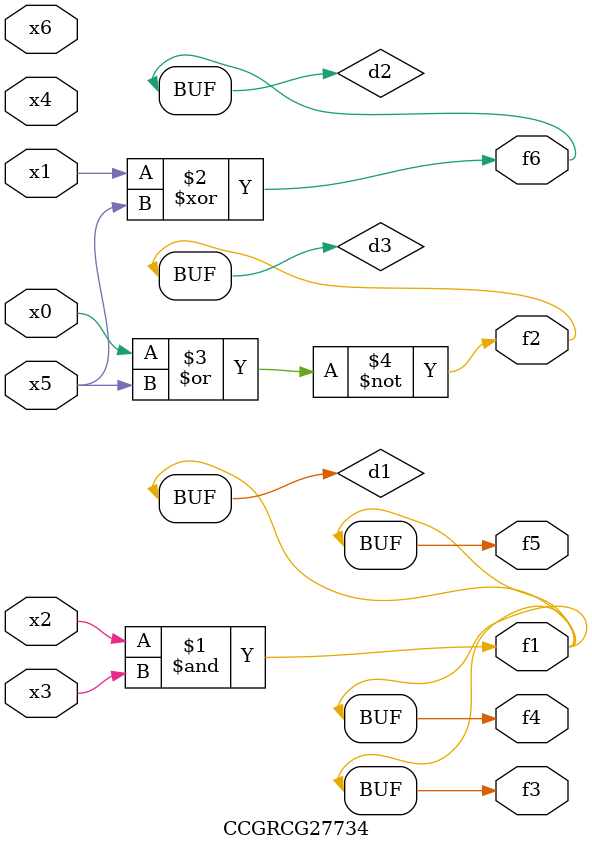
<source format=v>
module CCGRCG27734(
	input x0, x1, x2, x3, x4, x5, x6,
	output f1, f2, f3, f4, f5, f6
);

	wire d1, d2, d3;

	and (d1, x2, x3);
	xor (d2, x1, x5);
	nor (d3, x0, x5);
	assign f1 = d1;
	assign f2 = d3;
	assign f3 = d1;
	assign f4 = d1;
	assign f5 = d1;
	assign f6 = d2;
endmodule

</source>
